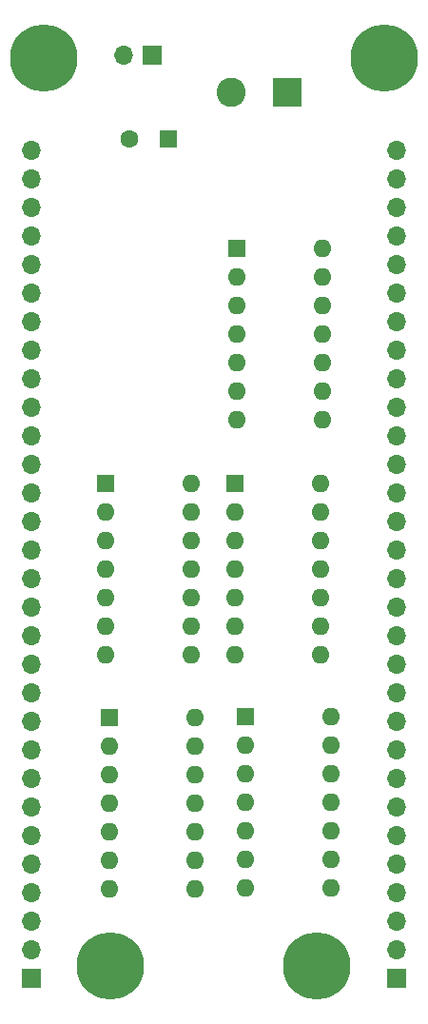
<source format=gbr>
%TF.GenerationSoftware,KiCad,Pcbnew,(5.1.9-0-10_14)*%
%TF.CreationDate,2021-06-04T20:59:10-04:00*%
%TF.ProjectId,INVERT_CONTROL_INTERFACE,494e5645-5254-45f4-934f-4e54524f4c5f,rev?*%
%TF.SameCoordinates,Original*%
%TF.FileFunction,Soldermask,Top*%
%TF.FilePolarity,Negative*%
%FSLAX46Y46*%
G04 Gerber Fmt 4.6, Leading zero omitted, Abs format (unit mm)*
G04 Created by KiCad (PCBNEW (5.1.9-0-10_14)) date 2021-06-04 20:59:10*
%MOMM*%
%LPD*%
G01*
G04 APERTURE LIST*
%ADD10C,0.800000*%
%ADD11C,6.000000*%
%ADD12C,1.600000*%
%ADD13R,1.600000X1.600000*%
%ADD14C,2.600000*%
%ADD15R,2.600000X2.600000*%
%ADD16O,1.700000X1.700000*%
%ADD17R,1.700000X1.700000*%
%ADD18O,1.600000X1.600000*%
G04 APERTURE END LIST*
D10*
%TO.C,REF\u002A\u002A*%
X86490990Y-51909010D03*
X84900000Y-51250000D03*
X83309010Y-51909010D03*
X82650000Y-53500000D03*
X83309010Y-55090990D03*
X84900000Y-55750000D03*
X86490990Y-55090990D03*
X87150000Y-53500000D03*
D11*
X84900000Y-53500000D03*
%TD*%
%TO.C,REF\u002A\u002A*%
X115200000Y-53500000D03*
D10*
X117450000Y-53500000D03*
X116790990Y-55090990D03*
X115200000Y-55750000D03*
X113609010Y-55090990D03*
X112950000Y-53500000D03*
X113609010Y-51909010D03*
X115200000Y-51250000D03*
X116790990Y-51909010D03*
%TD*%
D11*
%TO.C,REF\u002A\u002A*%
X90800000Y-134300000D03*
D10*
X93050000Y-134300000D03*
X92390990Y-135890990D03*
X90800000Y-136550000D03*
X89209010Y-135890990D03*
X88550000Y-134300000D03*
X89209010Y-132709010D03*
X90800000Y-132050000D03*
X92390990Y-132709010D03*
%TD*%
%TO.C,REF\u002A\u002A*%
X110790990Y-132709010D03*
X109200000Y-132050000D03*
X107609010Y-132709010D03*
X106950000Y-134300000D03*
X107609010Y-135890990D03*
X109200000Y-136550000D03*
X110790990Y-135890990D03*
X111450000Y-134300000D03*
D11*
X109200000Y-134300000D03*
%TD*%
D12*
%TO.C,C1*%
X92500000Y-60700000D03*
D13*
X96000000Y-60700000D03*
%TD*%
D14*
%TO.C,J4*%
X101600000Y-56600000D03*
D15*
X106600000Y-56600000D03*
%TD*%
D16*
%TO.C,J3*%
X91960000Y-53300000D03*
D17*
X94500000Y-53300000D03*
%TD*%
D16*
%TO.C,J1*%
X116300000Y-61740000D03*
X116300000Y-64280000D03*
X116300000Y-66820000D03*
X116300000Y-69360000D03*
X116300000Y-71900000D03*
X116300000Y-74440000D03*
X116300000Y-76980000D03*
X116300000Y-79520000D03*
X116300000Y-82060000D03*
X116300000Y-84600000D03*
X116300000Y-87140000D03*
X116300000Y-89680000D03*
X116300000Y-92220000D03*
X116300000Y-94760000D03*
X116300000Y-97300000D03*
X116300000Y-99840000D03*
X116300000Y-102380000D03*
X116300000Y-104920000D03*
X116300000Y-107460000D03*
X116300000Y-110000000D03*
X116300000Y-112540000D03*
X116300000Y-115080000D03*
X116300000Y-117620000D03*
X116300000Y-120160000D03*
X116300000Y-122700000D03*
X116300000Y-125240000D03*
X116300000Y-127780000D03*
X116300000Y-130320000D03*
X116300000Y-132860000D03*
D17*
X116300000Y-135400000D03*
%TD*%
D16*
%TO.C,J2*%
X83800000Y-61740000D03*
X83800000Y-64280000D03*
X83800000Y-66820000D03*
X83800000Y-69360000D03*
X83800000Y-71900000D03*
X83800000Y-74440000D03*
X83800000Y-76980000D03*
X83800000Y-79520000D03*
X83800000Y-82060000D03*
X83800000Y-84600000D03*
X83800000Y-87140000D03*
X83800000Y-89680000D03*
X83800000Y-92220000D03*
X83800000Y-94760000D03*
X83800000Y-97300000D03*
X83800000Y-99840000D03*
X83800000Y-102380000D03*
X83800000Y-104920000D03*
X83800000Y-107460000D03*
X83800000Y-110000000D03*
X83800000Y-112540000D03*
X83800000Y-115080000D03*
X83800000Y-117620000D03*
X83800000Y-120160000D03*
X83800000Y-122700000D03*
X83800000Y-125240000D03*
X83800000Y-127780000D03*
X83800000Y-130320000D03*
X83800000Y-132860000D03*
D17*
X83800000Y-135400000D03*
%TD*%
D18*
%TO.C,U5*%
X98320000Y-112200000D03*
X90700000Y-127440000D03*
X98320000Y-114740000D03*
X90700000Y-124900000D03*
X98320000Y-117280000D03*
X90700000Y-122360000D03*
X98320000Y-119820000D03*
X90700000Y-119820000D03*
X98320000Y-122360000D03*
X90700000Y-117280000D03*
X98320000Y-124900000D03*
X90700000Y-114740000D03*
X98320000Y-127440000D03*
D13*
X90700000Y-112200000D03*
%TD*%
D18*
%TO.C,U4*%
X98020000Y-91400000D03*
X90400000Y-106640000D03*
X98020000Y-93940000D03*
X90400000Y-104100000D03*
X98020000Y-96480000D03*
X90400000Y-101560000D03*
X98020000Y-99020000D03*
X90400000Y-99020000D03*
X98020000Y-101560000D03*
X90400000Y-96480000D03*
X98020000Y-104100000D03*
X90400000Y-93940000D03*
X98020000Y-106640000D03*
D13*
X90400000Y-91400000D03*
%TD*%
D18*
%TO.C,U3*%
X109520000Y-91400000D03*
X101900000Y-106640000D03*
X109520000Y-93940000D03*
X101900000Y-104100000D03*
X109520000Y-96480000D03*
X101900000Y-101560000D03*
X109520000Y-99020000D03*
X101900000Y-99020000D03*
X109520000Y-101560000D03*
X101900000Y-96480000D03*
X109520000Y-104100000D03*
X101900000Y-93940000D03*
X109520000Y-106640000D03*
D13*
X101900000Y-91400000D03*
%TD*%
D18*
%TO.C,U2*%
X109720000Y-70500000D03*
X102100000Y-85740000D03*
X109720000Y-73040000D03*
X102100000Y-83200000D03*
X109720000Y-75580000D03*
X102100000Y-80660000D03*
X109720000Y-78120000D03*
X102100000Y-78120000D03*
X109720000Y-80660000D03*
X102100000Y-75580000D03*
X109720000Y-83200000D03*
X102100000Y-73040000D03*
X109720000Y-85740000D03*
D13*
X102100000Y-70500000D03*
%TD*%
D18*
%TO.C,U1*%
X110420000Y-112100000D03*
X102800000Y-127340000D03*
X110420000Y-114640000D03*
X102800000Y-124800000D03*
X110420000Y-117180000D03*
X102800000Y-122260000D03*
X110420000Y-119720000D03*
X102800000Y-119720000D03*
X110420000Y-122260000D03*
X102800000Y-117180000D03*
X110420000Y-124800000D03*
X102800000Y-114640000D03*
X110420000Y-127340000D03*
D13*
X102800000Y-112100000D03*
%TD*%
M02*

</source>
